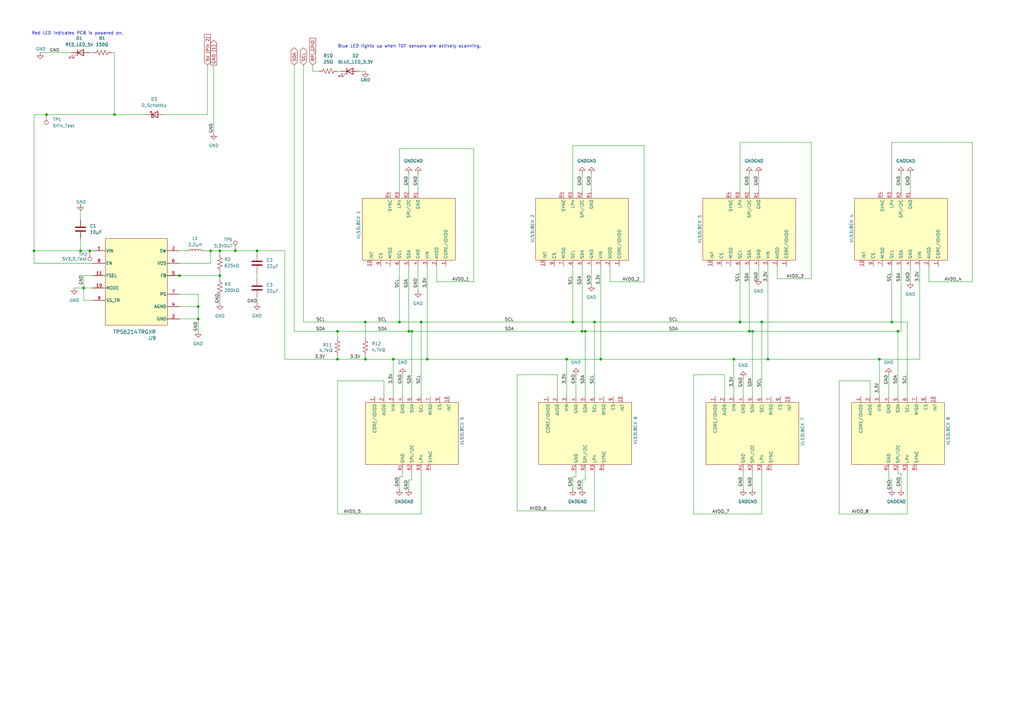
<source format=kicad_sch>
(kicad_sch (version 20250114) (generator "eeschema") (generator_version "9.0")
  (paper "A3")
  (title_block (title "WALLOPS 8 Channel LiDAR Scan") (date "2026-01-02") (company "RockSat ATMOLiS"))
  (lib_symbols
    (symbol "Connector:TestPoint" (pin_numbers (hide yes)) (pin_names (offset 0.762) (hide yes))
      (property "Reference" "TP" (at 0 6.858 0))
      (property "Value" "TestPoint" (at 0 5.08 0))
      (symbol "TestPoint_0_1"
        (circle (center 0 3.302) (radius 0.762))
      )
      (symbol "TestPoint_1_1"
        (pin passive line (at 0 0 90) (length 2.54) (name "1") (number "1"))
      )
    )
    (symbol "Device:C" (pin_numbers (hide yes)) (pin_names (offset 0.254))
      (property "Reference" "C" (at 0.635 2.54 0))
      (property "Value" "C" (at 0.635 -2.54 0))
      (symbol "C_0_1"
        (polyline (pts (xy -2.032 0.762) (xy 2.032 0.762)) (stroke (width 0.508)))
        (polyline (pts (xy -2.032 -0.762) (xy 2.032 -0.762)) (stroke (width 0.508)))
      )
      (symbol "C_1_1"
        (pin passive line (at 0 3.81 270) (length 2.794) (name "~") (number "1"))
        (pin passive line (at 0 -3.81 90) (length 2.794) (name "~") (number "2"))
      )
    )
    (symbol "Device:D_Schottky" (pin_numbers (hide yes)) (pin_names (offset 1.016) (hide yes))
      (property "Reference" "D" (at 0 2.54 0))
      (property "Value" "D_Schottky" (at 0 -2.54 0))
      (symbol "D_Schottky_0_1"
        (polyline (pts (xy -1.905 0.635) (xy -1.905 1.27) (xy -1.27 1.27) (xy -1.27 -1.27) (xy -0.635 -1.27) (xy -0.635 -0.635)) (stroke (width 0.254)))
        (polyline (pts (xy 1.27 1.27) (xy 1.27 -1.27) (xy -1.27 0) (xy 1.27 1.27)) (stroke (width 0.254)))
        (polyline (pts (xy 1.27 0) (xy -1.27 0)))
      )
      (symbol "D_Schottky_1_1"
        (pin passive line (at -3.81 0 0) (length 2.54) (name "K") (number "1"))
        (pin passive line (at 3.81 0 180) (length 2.54) (name "A") (number "2"))
      )
    )
    (symbol "Device:L" (pin_numbers (hide yes)) (pin_names (offset 1.016) (hide yes))
      (property "Reference" "L" (at -1.27 0 90))
      (property "Value" "L" (at 1.905 0 90))
      (symbol "L_0_1"
        (arc (start 0 2.54) (mid 0.6323 1.905) (end 0 1.27))
        (arc (start 0 1.27) (mid 0.6323 0.635) (end 0 0))
        (arc (start 0 0) (mid 0.6323 -0.635) (end 0 -1.27))
        (arc (start 0 -1.27) (mid 0.6323 -1.905) (end 0 -2.54))
      )
      (symbol "L_1_1"
        (pin passive line (at 0 3.81 270) (length 1.27) (name "1") (number "1"))
        (pin passive line (at 0 -3.81 90) (length 1.27) (name "2") (number "2"))
      )
    )
    (symbol "Device:LED" (pin_numbers (hide yes)) (pin_names (offset 1.016) (hide yes))
      (property "Reference" "D" (at 0 2.54 0))
      (property "Value" "LED" (at 0 -2.54 0))
      (symbol "LED_0_1"
        (polyline (pts (xy -3.048 -0.762) (xy -4.572 -2.286) (xy -3.81 -2.286) (xy -4.572 -2.286) (xy -4.572 -1.524)))
        (polyline (pts (xy -1.778 -0.762) (xy -3.302 -2.286) (xy -2.54 -2.286) (xy -3.302 -2.286) (xy -3.302 -1.524)))
        (polyline (pts (xy -1.27 0) (xy 1.27 0)))
        (polyline (pts (xy -1.27 -1.27) (xy -1.27 1.27)) (stroke (width 0.254)))
        (polyline (pts (xy 1.27 -1.27) (xy 1.27 1.27) (xy -1.27 0) (xy 1.27 -1.27)) (stroke (width 0.254)))
      )
      (symbol "LED_1_1"
        (pin passive line (at -3.81 0 0) (length 2.54) (name "K") (number "1"))
        (pin passive line (at 3.81 0 180) (length 2.54) (name "A") (number "2"))
      )
    )
    (symbol "Device:R_US" (pin_numbers (hide yes)) (pin_names (offset 0))
      (property "Reference" "R" (at 2.54 0 90))
      (property "Value" "R_US" (at -2.54 0 90))
      (symbol "R_US_0_1"
        (polyline (pts (xy 0 2.286) (xy 0 2.54)))
        (polyline (pts (xy 0 2.286) (xy 1.016 1.905) (xy 0 1.524) (xy -1.016 1.143) (xy 0 0.762)))
        (polyline (pts (xy 0 0.762) (xy 1.016 0.381) (xy 0 0) (xy -1.016 -0.381) (xy 0 -0.762)))
        (polyline (pts (xy 0 -0.762) (xy 1.016 -1.143) (xy 0 -1.524) (xy -1.016 -1.905) (xy 0 -2.286)))
        (polyline (pts (xy 0 -2.286) (xy 0 -2.54)))
      )
      (symbol "R_US_1_1"
        (pin passive line (at 0 3.81 270) (length 1.27) (name "~") (number "1"))
        (pin passive line (at 0 -3.81 90) (length 1.27) (name "~") (number "2"))
      )
    )
    (symbol "RockSat_Sym:TPS62147RGXR" (pin_names (offset 0.254))
      (property "Reference" "U" (at 0 2.54 0))
      (property "Value" "TPS62147RGXR" (at 0 0 0))
      (symbol "TPS62147RGXR_0_1"
        (pin power_in line (at -17.78 12.7 0) (length 5.08) (name "VIN") (number "1"))
        (pin input line (at -17.78 7.62 0) (length 5.08) (name "EN") (number "8"))
        (pin input line (at -17.78 2.54 0) (length 5.08) (name "FSEL") (number "11"))
        (pin input line (at -17.78 -2.54 0) (length 5.08) (name "MODE") (number "10"))
        (pin input line (at -17.78 -7.62 0) (length 5.08) (name "SS_TR") (number "9"))
        (pin power_in line (at 17.78 12.7 180) (length 5.08) (name "SW") (number "2"))
        (pin input line (at 17.78 7.62 180) (length 5.08) (name "VOS") (number "6"))
        (pin input line (at 17.78 2.54 180) (length 5.08) (name "FB") (number "5"))
        (pin open_collector line (at 17.78 -5.08 180) (length 5.08) (name "PG") (number "7"))
        (pin power_in line (at 17.78 -10.16 180) (length 5.08) (name "AGND") (number "4"))
        (pin power_in line (at 17.78 -15.24 180) (length 5.08) (name "GND") (number "3"))
      )
      (symbol "TPS62147RGXR_1_1"
        (rectangle (start -12.7 17.78) (end 12.7 -17.78) (fill (type background)))
      )
    )
    (symbol "RockSat_Sym:VL53L8CX"
      (symbol "VL53L8CX_1_1"
        (rectangle (start -12.7 20.32) (end 12.7 -17.78) (fill (type background)))
        (pin output line (at -15.24 5.08 0) (length 2.54) (name "GND") (number "R1"))
        (pin input line (at -15.24 1.27 0) (length 2.54) (name "SPI/I2C") (number "R2"))
        (pin input line (at -15.24 -2.54 0) (length 2.54) (name "LPn") (number "R3"))
        (pin input line (at -15.24 -6.35 0) (length 2.54) (name "SYNC") (number "R4"))
        (pin output line (at 15.24 16.51 180) (length 2.54) (name "CORE/IOVDD") (number "1"))
        (pin output line (at 15.24 12.7 180) (length 2.54) (name "AVDD") (number "2"))
        (pin input line (at 15.24 8.89 180) (length 2.54) (name "VIN") (number "3"))
        (pin output line (at 15.24 5.08 180) (length 2.54) (name "GND") (number "4"))
        (pin bidirectional line (at 15.24 1.27 180) (length 2.54) (name "SDA") (number "5"))
        (pin bidirectional line (at 15.24 -2.54 180) (length 2.54) (name "SCL") (number "6"))
        (pin output line (at 15.24 -6.35 180) (length 2.54) (name "MISO") (number "7"))
        (pin input line (at 15.24 -10.16 180) (length 2.54) (name "CS") (number "9"))
        (pin input line (at 15.24 -13.97 180) (length 2.54) (name "INT") (number "10"))
      )
    )
    (symbol "power:GND" (power) (pin_numbers (hide yes)) (pin_names (offset 0) (hide yes))
      (property "Value" "GND" (at 0 -3.81 0))
      (symbol "GND_0_1"
        (polyline (pts (xy 0 0) (xy 0 -1.27) (xy 1.27 -1.27) (xy 0 -2.54) (xy -1.27 -1.27) (xy 0 -1.27)))
      )
      (symbol "GND_1_1"
        (pin power_in line (at 0 0 270) (length 0) (name "~") (number "1"))
      )
    )
  )
  (text "Blue LED lights up when TOF sensors are actively scanning." (at 167.894 19.05 0) (effects (font (size 1.27 1.27))))
  (text "Red LED indicates PCB is powered on." (at 31.75 13.716 0) (effects (font (size 1.27 1.27))))
  (junction (at 360.68 147.32))
  (junction (at 167.64 135.89))
  (junction (at 96.52 102.87))
  (junction (at 172.72 132.08))
  (junction (at 243.84 132.08))
  (junction (at 19.05 46.99))
  (junction (at 308.61 135.89))
  (junction (at 307.34 135.89))
  (junction (at 46.99 46.99))
  (junction (at 365.76 132.08))
  (junction (at 175.26 147.32))
  (junction (at 238.76 135.89))
  (junction (at 168.91 135.89))
  (junction (at 138.43 147.32))
  (junction (at 36.83 102.87))
  (junction (at 232.41 147.32))
  (junction (at 303.53 132.08))
  (junction (at 246.38 147.32))
  (junction (at 90.17 102.87))
  (junction (at 138.43 135.89))
  (junction (at 34.29 118.11))
  (junction (at 149.86 132.08))
  (junction (at 161.29 147.32))
  (junction (at 149.86 147.32))
  (junction (at 300.99 147.32))
  (junction (at 368.3 135.89))
  (junction (at 90.17 113.03))
  (junction (at 240.03 135.89))
  (junction (at 312.42 132.08))
  (junction (at 163.83 132.08))
  (junction (at 105.41 102.87))
  (junction (at 33.02 102.87))
  (junction (at 73.66 113.03))
  (junction (at 81.28 125.73))
  (junction (at 81.28 130.81))
  (junction (at 13.97 102.87))
  (junction (at 86.36 102.87))
  (junction (at 234.95 132.08))
  (junction (at 314.96 147.32))
  (wire (pts (xy 138.43 135.89) (xy 167.64 135.89)))
  (wire (pts (xy 234.95 132.08) (xy 234.95 109.22)))
  (wire (pts (xy 105.41 102.87) (xy 116.84 102.87)))
  (wire (pts (xy 73.66 102.87) (xy 76.2 102.87)))
  (wire (pts (xy 30.48 118.11) (xy 34.29 118.11)))
  (wire (pts (xy 364.49 196.85) (xy 365.76 196.85)))
  (wire (pts (xy 234.95 59.69) (xy 234.95 78.74)))
  (wire (pts (xy 147.32 29.21) (xy 149.86 29.21)))
  (wire (pts (xy 13.97 102.87) (xy 13.97 107.95)))
  (wire (pts (xy 398.78 58.42) (xy 365.76 58.42)))
  (wire (pts (xy 240.03 196.85) (xy 240.03 193.04)))
  (wire (pts (xy 264.16 59.69) (xy 234.95 59.69)))
  (wire (pts (xy 13.97 102.87) (xy 33.02 102.87)))
  (wire (pts (xy 373.38 71.12) (xy 373.38 78.74)))
  (wire (pts (xy 13.97 46.99) (xy 19.05 46.99)))
  (wire (pts (xy 307.34 135.89) (xy 308.61 135.89)))
  (wire (pts (xy 242.57 109.22) (xy 242.57 116.84)))
  (wire (pts (xy 116.84 147.32) (xy 138.43 147.32)))
  (wire (pts (xy 307.34 71.12) (xy 307.34 78.74)))
  (wire (pts (xy 163.83 109.22) (xy 163.83 132.08)))
  (wire (pts (xy 149.86 146.05) (xy 149.86 147.32)))
  (wire (pts (xy 124.46 26.67) (xy 124.46 132.08)))
  (wire (pts (xy 360.68 147.32) (xy 360.68 162.56)))
  (wire (pts (xy 86.36 102.87) (xy 86.36 107.95)))
  (wire (pts (xy 369.57 109.22) (xy 369.57 135.89)))
  (wire (pts (xy 138.43 135.89) (xy 138.43 138.43)))
  (wire (pts (xy 303.53 58.42) (xy 303.53 78.74)))
  (wire (pts (xy 128.27 29.21) (xy 130.81 29.21)))
  (wire (pts (xy 171.45 109.22) (xy 171.45 119.38)))
  (wire (pts (xy 34.29 118.11) (xy 38.1 118.11)))
  (wire (pts (xy 172.72 210.82) (xy 172.72 193.04)))
  (wire (pts (xy 120.65 135.89) (xy 138.43 135.89)))
  (wire (pts (xy 238.76 135.89) (xy 240.03 135.89)))
  (wire (pts (xy 165.1 195.58) (xy 163.83 195.58)))
  (wire (pts (xy 168.91 135.89) (xy 238.76 135.89)))
  (wire (pts (xy 318.77 109.22) (xy 318.77 114.3)))
  (wire (pts (xy 172.72 162.56) (xy 172.72 132.08)))
  (wire (pts (xy 377.19 147.32) (xy 377.19 109.22)))
  (wire (pts (xy 171.45 71.12) (xy 171.45 78.74)))
  (wire (pts (xy 81.28 120.65) (xy 81.28 125.73)))
  (wire (pts (xy 87.63 26.67) (xy 87.63 54.61)))
  (wire (pts (xy 356.87 162.56) (xy 356.87 156.21)))
  (wire (pts (xy 149.86 132.08) (xy 149.86 138.43)))
  (wire (pts (xy 138.43 146.05) (xy 138.43 147.32)))
  (wire (pts (xy 308.61 135.89) (xy 368.3 135.89)))
  (wire (pts (xy 297.18 153.67) (xy 284.48 153.67)))
  (wire (pts (xy 81.28 130.81) (xy 81.28 135.89)))
  (wire (pts (xy 284.48 210.82) (xy 312.42 210.82)))
  (wire (pts (xy 212.09 209.55) (xy 243.84 209.55)))
  (wire (pts (xy 46.99 21.59) (xy 45.72 21.59)))
  (wire (pts (xy 90.17 121.92) (xy 90.17 124.46)))
  (wire (pts (xy 86.36 102.87) (xy 90.17 102.87)))
  (wire (pts (xy 83.82 102.87) (xy 86.36 102.87)))
  (wire (pts (xy 356.87 156.21) (xy 344.17 156.21)))
  (wire (pts (xy 138.43 29.21) (xy 139.7 29.21)))
  (wire (pts (xy 157.48 156.21) (xy 138.43 156.21)))
  (wire (pts (xy 120.65 26.67) (xy 120.65 135.89)))
  (wire (pts (xy 19.05 46.99) (xy 46.99 46.99)))
  (wire (pts (xy 240.03 135.89) (xy 240.03 162.56)))
  (wire (pts (xy 90.17 102.87) (xy 96.52 102.87)))
  (wire (pts (xy 168.91 135.89) (xy 168.91 162.56)))
  (wire (pts (xy 13.97 107.95) (xy 38.1 107.95)))
  (wire (pts (xy 311.15 71.12) (xy 311.15 78.74)))
  (wire (pts (xy 365.76 132.08) (xy 365.76 109.22)))
  (wire (pts (xy 242.57 71.12) (xy 242.57 78.74)))
  (wire (pts (xy 368.3 135.89) (xy 368.3 162.56)))
  (wire (pts (xy 365.76 196.85) (xy 365.76 200.66)))
  (wire (pts (xy 308.61 135.89) (xy 308.61 162.56)))
  (wire (pts (xy 36.83 102.87) (xy 38.1 102.87)))
  (wire (pts (xy 381 115.57) (xy 398.78 115.57)))
  (wire (pts (xy 297.18 162.56) (xy 297.18 153.67)))
  (wire (pts (xy 67.31 46.99) (xy 85.09 46.99)))
  (wire (pts (xy 364.49 196.85) (xy 364.49 193.04)))
  (wire (pts (xy 73.66 125.73) (xy 81.28 125.73)))
  (wire (pts (xy 168.91 196.85) (xy 168.91 193.04)))
  (wire (pts (xy 85.09 26.67) (xy 85.09 46.99)))
  (wire (pts (xy 167.64 71.12) (xy 167.64 78.74)))
  (wire (pts (xy 157.48 162.56) (xy 157.48 156.21)))
  (wire (pts (xy 344.17 210.82) (xy 372.11 210.82)))
  (wire (pts (xy 168.91 196.85) (xy 167.64 196.85)))
  (wire (pts (xy 163.83 132.08) (xy 172.72 132.08)))
  (wire (pts (xy 314.96 147.32) (xy 300.99 147.32)))
  (wire (pts (xy 304.8 200.66) (xy 304.8 193.04)))
  (wire (pts (xy 304.8 154.94) (xy 304.8 162.56)))
  (wire (pts (xy 179.07 109.22) (xy 179.07 115.57)))
  (wire (pts (xy 96.52 102.87) (xy 105.41 102.87)))
  (wire (pts (xy 167.64 109.22) (xy 167.64 135.89)))
  (wire (pts (xy 238.76 109.22) (xy 238.76 135.89)))
  (wire (pts (xy 90.17 111.76) (xy 90.17 113.03)))
  (wire (pts (xy 163.83 195.58) (xy 163.83 200.66)))
  (wire (pts (xy 38.1 123.19) (xy 34.29 123.19)))
  (wire (pts (xy 149.86 147.32) (xy 161.29 147.32)))
  (wire (pts (xy 124.46 132.08) (xy 149.86 132.08)))
  (wire (pts (xy 303.53 132.08) (xy 303.53 109.22)))
  (wire (pts (xy 368.3 194.31) (xy 368.3 193.04)))
  (wire (pts (xy 90.17 102.87) (xy 90.17 104.14)))
  (wire (pts (xy 161.29 147.32) (xy 175.26 147.32)))
  (wire (pts (xy 314.96 147.32) (xy 360.68 147.32)))
  (wire (pts (xy 149.86 132.08) (xy 163.83 132.08)))
  (wire (pts (xy 165.1 195.58) (xy 165.1 193.04)))
  (wire (pts (xy 240.03 196.85) (xy 238.76 196.85)))
  (wire (pts (xy 138.43 156.21) (xy 138.43 210.82)))
  (wire (pts (xy 67.31 113.03) (xy 73.66 113.03)))
  (wire (pts (xy 246.38 109.22) (xy 246.38 147.32)))
  (wire (pts (xy 250.19 109.22) (xy 250.19 115.57)))
  (wire (pts (xy 228.6 162.56) (xy 228.6 153.67)))
  (wire (pts (xy 307.34 109.22) (xy 307.34 135.89)))
  (wire (pts (xy 236.22 195.58) (xy 234.95 195.58)))
  (wire (pts (xy 232.41 147.32) (xy 232.41 162.56)))
  (wire (pts (xy 81.28 125.73) (xy 81.28 130.81)))
  (wire (pts (xy 250.19 115.57) (xy 264.16 115.57)))
  (wire (pts (xy 179.07 115.57) (xy 194.31 115.57)))
  (wire (pts (xy 308.61 200.66) (xy 308.61 193.04)))
  (wire (pts (xy 194.31 60.96) (xy 163.83 60.96)))
  (wire (pts (xy 332.74 58.42) (xy 303.53 58.42)))
  (wire (pts (xy 236.22 195.58) (xy 236.22 193.04)))
  (wire (pts (xy 46.99 46.99) (xy 59.69 46.99)))
  (wire (pts (xy 73.66 113.03) (xy 90.17 113.03)))
  (wire (pts (xy 344.17 156.21) (xy 344.17 210.82)))
  (wire (pts (xy 13.97 46.99) (xy 13.97 102.87)))
  (wire (pts (xy 212.09 153.67) (xy 212.09 209.55)))
  (wire (pts (xy 303.53 132.08) (xy 312.42 132.08)))
  (wire (pts (xy 365.76 132.08) (xy 372.11 132.08)))
  (wire (pts (xy 236.22 153.67) (xy 236.22 162.56)))
  (wire (pts (xy 163.83 60.96) (xy 163.83 78.74)))
  (wire (pts (xy 243.84 132.08) (xy 243.84 162.56)))
  (wire (pts (xy 38.1 113.03) (xy 34.29 113.03)))
  (wire (pts (xy 46.99 21.59) (xy 46.99 46.99)))
  (wire (pts (xy 16.51 21.59) (xy 29.21 21.59)))
  (wire (pts (xy 372.11 210.82) (xy 372.11 193.04)))
  (wire (pts (xy 175.26 147.32) (xy 232.41 147.32)))
  (wire (pts (xy 312.42 132.08) (xy 312.42 162.56)))
  (wire (pts (xy 240.03 135.89) (xy 307.34 135.89)))
  (wire (pts (xy 318.77 114.3) (xy 332.74 114.3)))
  (wire (pts (xy 312.42 132.08) (xy 365.76 132.08)))
  (wire (pts (xy 33.02 102.87) (xy 36.83 102.87)))
  (wire (pts (xy 311.15 109.22) (xy 311.15 114.3)))
  (wire (pts (xy 105.41 102.87) (xy 105.41 104.14)))
  (wire (pts (xy 167.64 196.85) (xy 167.64 200.66)))
  (wire (pts (xy 128.27 26.67) (xy 128.27 29.21)))
  (wire (pts (xy 300.99 147.32) (xy 300.99 162.56)))
  (wire (pts (xy 238.76 71.12) (xy 238.76 78.74)))
  (wire (pts (xy 312.42 210.82) (xy 312.42 193.04)))
  (wire (pts (xy 368.3 135.89) (xy 369.57 135.89)))
  (wire (pts (xy 243.84 209.55) (xy 243.84 193.04)))
  (wire (pts (xy 332.74 114.3) (xy 332.74 58.42)))
  (wire (pts (xy 360.68 147.32) (xy 377.19 147.32)))
  (wire (pts (xy 116.84 102.87) (xy 116.84 147.32)))
  (wire (pts (xy 398.78 115.57) (xy 398.78 58.42)))
  (wire (pts (xy 194.31 115.57) (xy 194.31 60.96)))
  (wire (pts (xy 175.26 109.22) (xy 175.26 147.32)))
  (wire (pts (xy 284.48 153.67) (xy 284.48 210.82)))
  (wire (pts (xy 33.02 97.79) (xy 33.02 102.87)))
  (wire (pts (xy 246.38 147.32) (xy 232.41 147.32)))
  (wire (pts (xy 368.3 194.31) (xy 369.57 194.31)))
  (wire (pts (xy 165.1 153.67) (xy 165.1 162.56)))
  (wire (pts (xy 228.6 153.67) (xy 212.09 153.67)))
  (wire (pts (xy 73.66 130.81) (xy 81.28 130.81)))
  (wire (pts (xy 300.99 147.32) (xy 246.38 147.32)))
  (wire (pts (xy 243.84 132.08) (xy 303.53 132.08)))
  (wire (pts (xy 138.43 147.32) (xy 149.86 147.32)))
  (wire (pts (xy 138.43 210.82) (xy 172.72 210.82)))
  (wire (pts (xy 264.16 115.57) (xy 264.16 59.69)))
  (wire (pts (xy 238.76 196.85) (xy 238.76 200.66)))
  (wire (pts (xy 314.96 109.22) (xy 314.96 147.32)))
  (wire (pts (xy 172.72 132.08) (xy 234.95 132.08)))
  (wire (pts (xy 38.1 21.59) (xy 36.83 21.59)))
  (wire (pts (xy 381 109.22) (xy 381 115.57)))
  (wire (pts (xy 364.49 153.67) (xy 364.49 162.56)))
  (wire (pts (xy 373.38 109.22) (xy 373.38 115.57)))
  (wire (pts (xy 365.76 58.42) (xy 365.76 78.74)))
  (wire (pts (xy 73.66 120.65) (xy 81.28 120.65)))
  (wire (pts (xy 105.41 111.76) (xy 105.41 114.3)))
  (wire (pts (xy 105.41 121.92) (xy 105.41 124.46)))
  (wire (pts (xy 34.29 113.03) (xy 34.29 118.11)))
  (wire (pts (xy 167.64 135.89) (xy 168.91 135.89)))
  (wire (pts (xy 369.57 194.31) (xy 369.57 200.66)))
  (wire (pts (xy 34.29 118.11) (xy 34.29 123.19)))
  (wire (pts (xy 90.17 113.03) (xy 90.17 114.3)))
  (wire (pts (xy 369.57 71.12) (xy 369.57 78.74)))
  (wire (pts (xy 234.95 195.58) (xy 234.95 200.66)))
  (wire (pts (xy 161.29 162.56) (xy 161.29 147.32)))
  (wire (pts (xy 33.02 90.17) (xy 33.02 83.82)))
  (wire (pts (xy 234.95 132.08) (xy 243.84 132.08)))
  (wire (pts (xy 372.11 132.08) (xy 372.11 162.56)))
  (wire (pts (xy 73.66 107.95) (xy 86.36 107.95)))
  (label "GND" (at 242.57 76.2 90))
  (label "3.3V" (at 377.19 115.57 90))
  (label "SDA" (at 168.91 157.48 90))
  (label "GND" (at 238.76 76.2 90))
  (label "GND" (at 90.17 124.46 90))
  (label "GND" (at 369.57 76.2 90))
  (label "SCL" (at 372.11 157.48 90))
  (label "GND" (at 165.1 157.48 90))
  (label "GND" (at 242.57 116.84 90))
  (label "SCL" (at 303.53 115.57 90))
  (label "GND" (at 373.38 76.2 90))
  (label "3.3V" (at 246.38 116.84 90))
  (label "3.3V" (at 175.26 118.11 90))
  (label "SCL" (at 163.83 118.11 90))
  (label "SDA" (at 274.32 135.89 0))
  (label "GND" (at 369.57 195.58 270))
  (label "GND" (at 81.28 135.89 90))
  (label "SDA" (at 240.03 157.48 90))
  (label "AVDD_6" (at 217.17 209.55 0))
  (label "AVDD_5" (at 140.97 210.82 0))
  (label "GND" (at 167.64 76.2 90))
  (label "GND" (at 307.34 76.2 90))
  (label "SDA" (at 133.35 135.89 180))
  (label "GND" (at 234.95 195.58 270))
  (label "SDA" (at 307.34 115.57 90))
  (label "GND" (at 20.32 21.59 0))
  (label "GND" (at 105.41 124.46 180))
  (label "3.3V" (at 314.96 115.57 90))
  (label "SDA" (at 368.3 157.48 90))
  (label "SDA" (at 154.94 135.89 0))
  (label "SDA" (at 167.64 118.11 90))
  (label "GND" (at 236.22 157.48 90))
  (label "SCL" (at 312.42 158.75 90))
  (label "3.3V" (at 360.68 161.29 90))
  (label "GND" (at 364.49 153.67 270))
  (label "SCL" (at 234.95 116.84 90))
  (label "AVDD_1" (at 185.42 115.57 0))
  (label "GND" (at 304.8 195.58 270))
  (label "GND" (at 171.45 118.11 90))
  (label "SDA" (at 308.61 158.75 90))
  (label "SCL" (at 133.35 132.08 180))
  (label "SCL" (at 365.76 115.57 90))
  (label "3.3V" (at 143.51 147.32 0))
  (label "3.3V" (at 133.35 147.32 180))
  (label "GND" (at 171.45 76.2 90))
  (label "AVDD_7" (at 292.1 210.82 0))
  (label "GND" (at 163.83 195.58 270))
  (label "SCL" (at 172.72 157.48 90))
  (label "AVDD_8" (at 349.25 210.82 0))
  (label "SCL" (at 154.94 132.08 0))
  (label "SDA" (at 238.76 116.84 90))
  (label "SCL" (at 207.01 132.08 0))
  (label "AVDD_4" (at 387.35 115.57 0))
  (label "GND" (at 311.15 76.2 90))
  (label "GND" (at 238.76 196.85 270))
  (label "GND" (at 34.29 116.84 90))
  (label "SCL" (at 243.84 157.48 90))
  (label "AVDD_2" (at 255.27 115.57 0))
  (label "GND" (at 87.63 54.61 90))
  (label "SCL" (at 274.32 132.08 0))
  (label "GND" (at 304.8 158.75 90))
  (label "GND" (at 167.64 196.85 270))
  (label "GND" (at 308.61 195.58 270))
  (label "3.3V" (at 300.99 158.75 90))
  (label "GND" (at 311.15 115.57 90))
  (label "3.3V" (at 161.29 157.48 90))
  (label "AVDD_3" (at 322.58 114.3 0))
  (label "3.3V" (at 232.41 157.48 90))
  (label "SDA" (at 207.01 135.89 0))
  (label "GND" (at 365.76 196.85 270))
  (label "GND" (at 373.38 115.57 90))
  (label "SDA" (at 369.57 115.57 90))
  (global_label "GND (1)" (shape output) (at 87.63 26.67 90) (property "Intersheetrefs" "${INTERSHEET_REFS}" (effects (hide yes))))
  (global_label "5V (Pin 2)" (shape input) (at 85.09 26.67 90) (property "Intersheetrefs" "${INTERSHEET_REFS}" (effects (hide yes))))
  (global_label "SCL" (shape bidirectional) (at 124.46 26.67 90) (property "Intersheetrefs" "${INTERSHEET_REFS}" (effects (hide yes))))
  (global_label "SDA" (shape bidirectional) (at 120.65 26.67 90) (property "Intersheetrefs" "${INTERSHEET_REFS}" (effects (hide yes))))
  (global_label "RPi_GPIO" (shape input) (at 128.27 26.67 90) (property "Intersheetrefs" "${INTERSHEET_REFS}" (effects (hide yes))))
  (symbol (lib_id "Device:C") (at 33.02 93.98 0) (unit 1)
    (property "Reference" "C1" (at 36.83 92.7099 0) (effects (justify left)))
    (property "Value" "10µF" (at 36.83 95.2499 0) (effects (justify left)))
    (property "Footprint" "Capacitor_SMD:C_0805_2012Metric" (effects (hide yes)))
    (property "Description" "Unpolarized capacitor" (effects (hide yes)))
  )
  (symbol (lib_id "power:GND") (at 242.57 116.84 0) (unit 1)
    (property "Reference" "#PWR08" (effects (hide yes)))
    (property "Value" "GND" (at 242.57 121.92 0))
    (property "Description" "Power symbol creates a global label with name \"GND\" , ground" (effects (hide yes)))
  )
  (symbol (lib_id "power:GND") (at 369.57 200.66 0) (unit 1)
    (property "Reference" "#PWR031" (effects (hide yes)))
    (property "Value" "GND" (at 369.57 205.74 0))
    (property "Description" "Power symbol creates a global label with name \"GND\" , ground" (effects (hide yes)))
  )
  (symbol (lib_id "RockSat_Sym:VL53L8CX") (at 369.57 177.8 90) (unit 1)
    (property "Reference" "U2" (effects (hide yes)))
    (property "Value" "VL53L8CX 8" (at 388.874 170.942 0) (effects (justify right)))
  )
  (symbol (lib_id "power:GND") (at 16.51 21.59 0) (unit 1)
    (property "Reference" "#PWR06" (effects (hide yes)))
    (property "Value" "GND" (at 16.764 20.066 0))
    (property "Description" "Power symbol creates a global label with name \"GND\" , ground" (effects (hide yes)))
  )
  (symbol (lib_id "power:GND") (at 87.63 54.61 0) (unit 1)
    (property "Reference" "#PWR01" (effects (hide yes)))
    (property "Value" "GND" (at 87.63 59.69 0))
    (property "Description" "Power symbol creates a global label with name \"GND\" , ground" (effects (hide yes)))
  )
  (symbol (lib_id "power:GND") (at 149.86 29.21 0) (unit 1)
    (property "Reference" "#PWR035" (effects (hide yes)))
    (property "Value" "GND" (at 149.86 32.766 0))
    (property "Description" "Power symbol creates a global label with name \"GND\" , ground" (effects (hide yes)))
  )
  (symbol (lib_id "Device:D_Schottky") (at 63.5 46.99 0) (unit 1)
    (property "Reference" "D3" (at 63.1825 40.64 0))
    (property "Value" "D_Schottky" (at 63.1825 43.18 0))
    (property "Footprint" "Diode_SMD:D_SMB" (effects (hide yes)))
    (property "Description" "Schottky diode" (effects (hide yes)))
  )
  (symbol (lib_id "RockSat_Sym:TPS62147RGXR") (at 55.88 115.57 0) (unit 1)
    (property "Reference" "U9" (at 64.008 138.684 0) (effects (font (size 1.524 1.524)) (justify right)))
    (property "Value" "TPS62147RGXR" (at 64.008 136.144 0) (effects (font (size 1.524 1.524)) (justify right)))
    (property "Footprint" "RockSat:RGX0011A" (effects (hide yes)))
    (property "Datasheet" "https://www.ti.com/lit/gpn/tps62147" (effects (hide yes)))
  )
  (symbol (lib_id "power:GND") (at 307.34 71.12 180) (unit 1)
    (property "Reference" "#PWR022" (effects (hide yes)))
    (property "Value" "GND" (at 307.34 66.04 0))
    (property "Description" "Power symbol creates a global label with name \"GND\" , ground" (effects (hide yes)))
  )
  (symbol (lib_id "Device:L") (at 80.01 102.87 90) (unit 1)
    (property "Reference" "L1" (at 80.01 97.79 90))
    (property "Value" "2.2µH" (at 80.01 100.33 90))
    (property "Footprint" "Inductor_SMD:L_0805_2012Metric" (effects (hide yes)))
    (property "Description" "Inductor" (effects (hide yes)))
  )
  (symbol (lib_id "power:GND") (at 167.64 200.66 0) (unit 1)
    (property "Reference" "#PWR025" (effects (hide yes)))
    (property "Value" "GND" (at 167.64 205.74 0))
    (property "Description" "Power symbol creates a global label with name \"GND\" , ground" (effects (hide yes)))
  )
  (symbol (lib_id "Device:R_US") (at 90.17 118.11 0) (unit 1)
    (property "Reference" "R3" (at 91.948 116.586 0) (effects (justify left)))
    (property "Value" "200kΩ" (at 91.948 119.126 0) (effects (justify left)))
    (property "Footprint" "Resistor_SMD:R_0805_2012Metric_Pad1.20x1.40mm_HandSolder" (effects (hide yes)))
    (property "Description" "Resistor, US symbol" (effects (hide yes)))
  )
  (symbol (lib_id "RockSat_Sym:VL53L8CX") (at 368.3 93.98 270) (unit 1)
    (property "Reference" "U1" (effects (hide yes)))
    (property "Value" "VL53L8CX 4" (at 349.25 87.884 0) (effects (justify left)))
  )
  (symbol (lib_id "RockSat_Sym:VL53L8CX") (at 237.49 93.98 270) (unit 1)
    (property "Reference" "U6" (effects (hide yes)))
    (property "Value" "VL53L8CX 2" (at 218.44 87.884 0) (effects (justify left)))
  )
  (symbol (lib_id "Device:C") (at 105.41 118.11 0) (unit 1)
    (property "Reference" "C3" (at 109.22 116.8399 0) (effects (justify left)))
    (property "Value" "22µF" (at 109.22 119.3799 0) (effects (justify left)))
    (property "Footprint" "Capacitor_SMD:C_0805_2012Metric" (effects (hide yes)))
    (property "Description" "Unpolarized capacitor" (effects (hide yes)))
  )
  (symbol (lib_id "Connector:TestPoint") (at 19.05 46.99 180) (unit 1)
    (property "Reference" "TP1" (at 21.59 49.0219 0) (effects (justify right)))
    (property "Value" "5Vin_Test" (at 21.59 51.5619 0) (effects (justify right)))
    (property "Footprint" "TestPoint:TestPoint_Pad_D2.0mm" (effects (hide yes)))
    (property "Description" "test point" (effects (hide yes)))
  )
  (symbol (lib_id "power:GND") (at 105.41 124.46 0) (unit 1)
    (property "Reference" "#PWR03" (effects (hide yes)))
    (property "Value" "GND" (at 105.41 129.54 0))
    (property "Description" "Power symbol creates a global label with name \"GND\" , ground" (effects (hide yes)))
  )
  (symbol (lib_id "power:GND") (at 369.57 71.12 180) (unit 1)
    (property "Reference" "#PWR023" (effects (hide yes)))
    (property "Value" "GND" (at 369.57 66.04 0))
    (property "Description" "Power symbol creates a global label with name \"GND\" , ground" (effects (hide yes)))
  )
  (symbol (lib_id "Connector:TestPoint") (at 36.83 102.87 180) (unit 1)
    (property "Reference" "TP2" (at 32.258 104.394 0) (effects (justify right)))
    (property "Value" "5V3.3_Test" (at 25.4 106.172 0) (effects (justify right)))
    (property "Footprint" "TestPoint:TestPoint_Pad_D2.0mm" (effects (hide yes)))
    (property "Description" "test point" (effects (hide yes)))
  )
  (symbol (lib_id "power:GND") (at 171.45 71.12 180) (unit 1)
    (property "Reference" "#PWR09" (effects (hide yes)))
    (property "Value" "GND" (at 171.45 66.04 0))
    (property "Description" "Power symbol creates a global label with name \"GND\" , ground" (effects (hide yes)))
  )
  (symbol (lib_id "RockSat_Sym:VL53L8CX") (at 241.3 177.8 90) (unit 1)
    (property "Reference" "U8" (effects (hide yes)))
    (property "Value" "VL53L8CX 6" (at 260.604 170.688 0) (effects (justify right)))
  )
  (symbol (lib_id "Device:R_US") (at 41.91 21.59 90) (unit 1)
    (property "Reference" "R1" (at 41.91 15.748 90))
    (property "Value" "150Ω" (at 41.91 18.288 90))
    (property "Footprint" "Resistor_SMD:R_0805_2012Metric_Pad1.20x1.40mm_HandSolder" (effects (hide yes)))
    (property "Description" "Resistor, US symbol" (effects (hide yes)))
  )
  (symbol (lib_id "Device:R_US") (at 149.86 142.24 180) (unit 1)
    (property "Reference" "R12" (at 152.4 140.9699 0) (effects (justify right)))
    (property "Value" "4.7kΩ" (at 152.4 143.5099 0) (effects (justify right)))
    (property "Footprint" "Resistor_SMD:R_0805_2012Metric_Pad1.20x1.40mm_HandSolder" (effects (hide yes)))
    (property "Description" "Resistor, US symbol" (effects (hide yes)))
  )
  (symbol (lib_id "Device:R_US") (at 90.17 107.95 0) (unit 1)
    (property "Reference" "R2" (at 91.948 106.426 0) (effects (justify left)))
    (property "Value" "625kΩ" (at 91.948 108.966 0) (effects (justify left)))
    (property "Footprint" "Resistor_SMD:R_0805_2012Metric_Pad1.20x1.40mm_HandSolder" (effects (hide yes)))
    (property "Description" "Resistor, US symbol" (effects (hide yes)))
  )
  (symbol (lib_id "power:GND") (at 364.49 153.67 180) (unit 1)
    (property "Reference" "#PWR016" (effects (hide yes)))
    (property "Value" "GND" (at 364.49 148.59 0))
    (property "Description" "Power symbol creates a global label with name \"GND\" , ground" (effects (hide yes)))
  )
  (symbol (lib_id "power:GND") (at 311.15 114.3 0) (unit 1)
    (property "Reference" "#PWR015" (effects (hide yes)))
    (property "Value" "GND" (at 311.15 119.38 0))
    (property "Description" "Power symbol creates a global label with name \"GND\" , ground" (effects (hide yes)))
  )
  (symbol (lib_id "power:GND") (at 33.02 83.82 0) (unit 1)
    (property "Reference" "#PWR04" (effects (hide yes)))
    (property "Value" "GND" (at 33.274 82.804 0))
    (property "Description" "Power symbol creates a global label with name \"GND\" , ground" (effects (hide yes)))
  )
  (symbol (lib_id "power:GND") (at 163.83 200.66 0) (unit 1)
    (property "Reference" "#PWR024" (effects (hide yes)))
    (property "Value" "GND" (at 163.83 205.74 0))
    (property "Description" "Power symbol creates a global label with name \"GND\" , ground" (effects (hide yes)))
  )
  (symbol (lib_id "power:GND") (at 365.76 200.66 0) (unit 1)
    (property "Reference" "#PWR030" (effects (hide yes)))
    (property "Value" "GND" (at 365.76 205.74 0))
    (property "Description" "Power symbol creates a global label with name \"GND\" , ground" (effects (hide yes)))
  )
  (symbol (lib_id "Device:LED") (at 33.02 21.59 0) (unit 1)
    (property "Reference" "D1" (at 32.512 15.748 0))
    (property "Value" "RED_LED_5V" (at 32.512 18.288 0))
    (property "Footprint" "LED_SMD:LED_0805_2012Metric" (effects (hide yes)))
    (property "Description" "Light emitting diode" (effects (hide yes)))
    (property "Sim.Pins" "1=K 2=A" (effects (hide yes)))
  )
  (symbol (lib_id "power:GND") (at 171.45 119.38 0) (unit 1)
    (property "Reference" "#PWR07" (effects (hide yes)))
    (property "Value" "GND" (at 171.45 124.46 0))
    (property "Description" "Power symbol creates a global label with name \"GND\" , ground" (effects (hide yes)))
  )
  (symbol (lib_id "RockSat_Sym:VL53L8CX") (at 170.18 177.8 90) (unit 1)
    (property "Reference" "U4" (effects (hide yes)))
    (property "Value" "VL53L8CX 5" (at 189.484 170.942 0) (effects (justify right)))
  )
  (symbol (lib_id "power:GND") (at 373.38 115.57 0) (unit 1)
    (property "Reference" "#PWR014" (effects (hide yes)))
    (property "Value" "GND" (at 373.38 120.65 0))
    (property "Description" "Power symbol creates a global label with name \"GND\" , ground" (effects (hide yes)))
  )
  (symbol (lib_id "Device:LED") (at 143.51 29.21 0) (unit 1)
    (property "Reference" "D2" (at 145.796 22.86 0))
    (property "Value" "BLUE_LED_3.3V" (at 145.796 25.4 0))
    (property "Footprint" "LED_SMD:LED_0805_2012Metric" (effects (hide yes)))
    (property "Description" "Light emitting diode" (effects (hide yes)))
    (property "Sim.Pins" "1=K 2=A" (effects (hide yes)))
  )
  (symbol (lib_id "power:GND") (at 311.15 71.12 180) (unit 1)
    (property "Reference" "#PWR012" (effects (hide yes)))
    (property "Value" "GND" (at 311.15 66.04 0))
    (property "Description" "Power symbol creates a global label with name \"GND\" , ground" (effects (hide yes)))
  )
  (symbol (lib_id "power:GND") (at 236.22 153.67 180) (unit 1)
    (property "Reference" "#PWR018" (effects (hide yes)))
    (property "Value" "GND" (at 236.22 148.59 0))
    (property "Description" "Power symbol creates a global label with name \"GND\" , ground" (effects (hide yes)))
  )
  (symbol (lib_id "power:GND") (at 30.48 118.11 0) (unit 1)
    (property "Reference" "#PWR05" (effects (hide yes)))
    (property "Value" "GND" (at 30.48 123.19 0))
    (property "Description" "Power symbol creates a global label with name \"GND\" , ground" (effects (hide yes)))
  )
  (symbol (lib_id "power:GND") (at 304.8 200.66 0) (unit 1)
    (property "Reference" "#PWR028" (effects (hide yes)))
    (property "Value" "GND" (at 304.8 205.74 0))
    (property "Description" "Power symbol creates a global label with name \"GND\" , ground" (effects (hide yes)))
  )
  (symbol (lib_id "power:GND") (at 167.64 71.12 180) (unit 1)
    (property "Reference" "#PWR020" (effects (hide yes)))
    (property "Value" "GND" (at 167.64 66.04 0))
    (property "Description" "Power symbol creates a global label with name \"GND\" , ground" (effects (hide yes)))
  )
  (symbol (lib_id "power:GND") (at 81.28 135.89 0) (unit 1)
    (property "Reference" "#PWR02" (effects (hide yes)))
    (property "Value" "GND" (at 81.28 140.97 0))
    (property "Description" "Power symbol creates a global label with name \"GND\" , ground" (effects (hide yes)))
  )
  (symbol (lib_id "Device:R_US") (at 134.62 29.21 90) (unit 1)
    (property "Reference" "R10" (at 134.62 22.86 90))
    (property "Value" "25Ω" (at 134.62 25.4 90))
    (property "Footprint" "Resistor_SMD:R_0805_2012Metric_Pad1.20x1.40mm_HandSolder" (effects (hide yes)))
    (property "Description" "Resistor, US symbol" (effects (hide yes)))
  )
  (symbol (lib_id "Device:C") (at 105.41 107.95 0) (unit 1)
    (property "Reference" "C2" (at 109.22 106.6799 0) (effects (justify left)))
    (property "Value" "22µF" (at 109.22 109.2199 0) (effects (justify left)))
    (property "Footprint" "Capacitor_SMD:C_0805_2012Metric" (effects (hide yes)))
    (property "Description" "Unpolarized capacitor" (effects (hide yes)))
  )
  (symbol (lib_id "RockSat_Sym:VL53L8CX") (at 166.37 93.98 270) (unit 1)
    (property "Reference" "U5" (effects (hide yes)))
    (property "Value" "VL53L8CX 1" (at 147.066 86.36 0) (effects (justify left)))
  )
  (symbol (lib_id "power:GND") (at 242.57 71.12 180) (unit 1)
    (property "Reference" "#PWR011" (effects (hide yes)))
    (property "Value" "GND" (at 242.57 66.04 0))
    (property "Description" "Power symbol creates a global label with name \"GND\" , ground" (effects (hide yes)))
  )
  (symbol (lib_id "power:GND") (at 165.1 153.67 180) (unit 1)
    (property "Reference" "#PWR019" (effects (hide yes)))
    (property "Value" "GND" (at 165.1 148.59 0))
    (property "Description" "Power symbol creates a global label with name \"GND\" , ground" (effects (hide yes)))
  )
  (symbol (lib_id "power:GND") (at 238.76 200.66 0) (unit 1)
    (property "Reference" "#PWR027" (effects (hide yes)))
    (property "Value" "GND" (at 238.76 205.74 0))
    (property "Description" "Power symbol creates a global label with name \"GND\" , ground" (effects (hide yes)))
  )
  (symbol (lib_id "Connector:TestPoint") (at 96.52 102.87 0) (unit 1)
    (property "Reference" "TP5" (at 91.694 98.298 0) (effects (justify left)))
    (property "Value" "3.3VOUT" (at 87.63 100.838 0) (effects (justify left)))
    (property "Footprint" "TestPoint:TestPoint_Pad_D2.0mm" (effects (hide yes)))
    (property "Description" "test point" (effects (hide yes)))
  )
  (symbol (lib_id "power:GND") (at 373.38 71.12 180) (unit 1)
    (property "Reference" "#PWR013" (effects (hide yes)))
    (property "Value" "GND" (at 373.38 66.04 0))
    (property "Description" "Power symbol creates a global label with name \"GND\" , ground" (effects (hide yes)))
  )
  (symbol (lib_id "power:GND") (at 308.61 200.66 0) (unit 1)
    (property "Reference" "#PWR029" (effects (hide yes)))
    (property "Value" "GND" (at 308.61 205.74 0))
    (property "Description" "Power symbol creates a global label with name \"GND\" , ground" (effects (hide yes)))
  )
  (symbol (lib_id "power:GND") (at 90.17 124.46 0) (unit 1)
    (property "Reference" "#PWR010" (effects (hide yes)))
    (property "Value" "GND" (at 90.17 129.54 0))
    (property "Description" "Power symbol creates a global label with name \"GND\" , ground" (effects (hide yes)))
  )
  (symbol (lib_id "RockSat_Sym:VL53L8CX") (at 306.07 93.98 270) (unit 1)
    (property "Reference" "U7" (effects (hide yes)))
    (property "Value" "VL53L8CX 3" (at 287.02 88.138 0) (effects (justify left)))
  )
  (symbol (lib_id "power:GND") (at 234.95 200.66 0) (unit 1)
    (property "Reference" "#PWR026" (effects (hide yes)))
    (property "Value" "GND" (at 234.95 205.74 0))
    (property "Description" "Power symbol creates a global label with name \"GND\" , ground" (effects (hide yes)))
  )
  (symbol (lib_id "power:GND") (at 238.76 71.12 180) (unit 1)
    (property "Reference" "#PWR021" (effects (hide yes)))
    (property "Value" "GND" (at 238.76 66.04 0))
    (property "Description" "Power symbol creates a global label with name \"GND\" , ground" (effects (hide yes)))
  )
  (symbol (lib_id "Device:R_US") (at 138.43 142.24 180) (unit 1)
    (property "Reference" "R11" (at 132.334 141.478 0) (effects (justify right)))
    (property "Value" "4.7kΩ" (at 130.81 143.764 0) (effects (justify right)))
    (property "Footprint" "Resistor_SMD:R_0805_2012Metric_Pad1.20x1.40mm_HandSolder" (effects (hide yes)))
    (property "Description" "Resistor, US symbol" (effects (hide yes)))
  )
  (symbol (lib_id "RockSat_Sym:VL53L8CX") (at 309.88 177.8 90) (unit 1)
    (property "Reference" "U3" (effects (hide yes)))
    (property "Value" "VL53L8CX 7" (at 329.184 171.196 0) (effects (justify right)))
  )
  (symbol (lib_id "power:GND") (at 304.8 154.94 180) (unit 1)
    (property "Reference" "#PWR017" (effects (hide yes)))
    (property "Value" "GND" (at 304.8 149.86 0))
    (property "Description" "Power symbol creates a global label with name \"GND\" , ground" (effects (hide yes)))
  )
)
</source>
